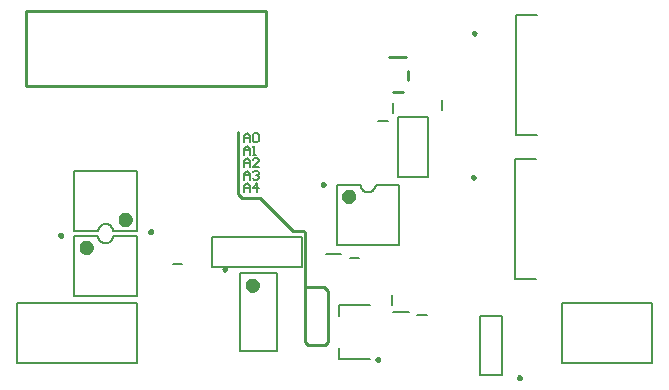
<source format=gto>
%FSDAX24Y24*%
%MOIN*%
%SFA1B1*%

%IPPOS*%
%ADD10C,0.009840*%
%ADD11C,0.007870*%
%ADD12C,0.023620*%
%ADD13C,0.010000*%
%ADD14C,0.005000*%
%LNde-180824-1*%
%LPD*%
G54D10*
X017039Y000215D02*
D01*
X017038Y000218*
X017038Y000222*
X017037Y000225*
X017037Y000228*
X017036Y000232*
X017034Y000235*
X017033Y000238*
X017031Y000241*
X017029Y000244*
X017027Y000246*
X017025Y000249*
X017022Y000251*
X017020Y000254*
X017017Y000256*
X017014Y000257*
X017011Y000259*
X017008Y000260*
X017005Y000262*
X017001Y000263*
X016998Y000263*
X016994Y000264*
X016991Y000264*
X016988*
X016984Y000264*
X016981Y000263*
X016977Y000263*
X016974Y000262*
X016971Y000260*
X016968Y000259*
X016965Y000257*
X016962Y000256*
X016959Y000254*
X016956Y000251*
X016954Y000249*
X016952Y000246*
X016949Y000244*
X016948Y000241*
X016946Y000238*
X016944Y000235*
X016943Y000232*
X016942Y000228*
X016941Y000225*
X016941Y000222*
X016940Y000218*
X016940Y000215*
X016940Y000211*
X016941Y000208*
X016941Y000205*
X016942Y000201*
X016943Y000198*
X016944Y000195*
X016946Y000192*
X016948Y000189*
X016949Y000186*
X016952Y000183*
X016954Y000181*
X016956Y000178*
X016959Y000176*
X016962Y000174*
X016965Y000172*
X016968Y000171*
X016971Y000169*
X016974Y000168*
X016977Y000167*
X016981Y000166*
X016984Y000166*
X016988Y000166*
X016991*
X016994Y000166*
X016998Y000166*
X017001Y000167*
X017005Y000168*
X017008Y000169*
X017011Y000171*
X017014Y000172*
X017017Y000174*
X017020Y000176*
X017022Y000178*
X017025Y000181*
X017027Y000183*
X017029Y000186*
X017031Y000189*
X017033Y000192*
X017034Y000195*
X017036Y000198*
X017037Y000201*
X017037Y000205*
X017038Y000208*
X017038Y000211*
X017039Y000215*
X010499Y006661D02*
D01*
X010499Y006665*
X010498Y006668*
X010498Y006672*
X010497Y006675*
X010496Y006678*
X010494Y006681*
X010493Y006684*
X010491Y006687*
X010489Y006690*
X010487Y006693*
X010485Y006695*
X010482Y006698*
X010480Y006700*
X010477Y006702*
X010474Y006704*
X010471Y006706*
X010468Y006707*
X010465Y006708*
X010461Y006709*
X010458Y006710*
X010455Y006710*
X010451Y006710*
X010448*
X010444Y006710*
X010441Y006710*
X010438Y006709*
X010434Y006708*
X010431Y006707*
X010428Y006706*
X010425Y006704*
X010422Y006702*
X010419Y006700*
X010417Y006698*
X010414Y006695*
X010412Y006693*
X010410Y006690*
X010408Y006687*
X010406Y006684*
X010405Y006681*
X010403Y006678*
X010402Y006675*
X010401Y006672*
X010401Y006668*
X010400Y006665*
X010400Y006661*
X010400Y006658*
X010401Y006654*
X010401Y006651*
X010402Y006648*
X010403Y006644*
X010405Y006641*
X010406Y006638*
X010408Y006635*
X010410Y006632*
X010412Y006630*
X010414Y006627*
X010417Y006625*
X010419Y006623*
X010422Y006621*
X010425Y006619*
X010428Y006617*
X010431Y006616*
X010434Y006615*
X010438Y006614*
X010441Y006613*
X010444Y006612*
X010448Y006612*
X010451*
X010455Y006612*
X010458Y006613*
X010461Y006614*
X010465Y006615*
X010468Y006616*
X010471Y006617*
X010474Y006619*
X010477Y006621*
X010480Y006623*
X010482Y006625*
X010485Y006627*
X010487Y006630*
X010489Y006632*
X010491Y006635*
X010493Y006638*
X010494Y006641*
X010496Y006644*
X010497Y006648*
X010498Y006651*
X010498Y006654*
X010499Y006658*
X010499Y006661*
X015499Y006903D02*
D01*
X015499Y006906*
X015498Y006910*
X015498Y006913*
X015497Y006917*
X015496Y006920*
X015494Y006923*
X015493Y006926*
X015491Y006929*
X015489Y006932*
X015487Y006935*
X015485Y006937*
X015482Y006940*
X015480Y006942*
X015477Y006944*
X015474Y006946*
X015471Y006947*
X015468Y006949*
X015465Y006950*
X015461Y006951*
X015458Y006951*
X015455Y006952*
X015451Y006952*
X015448*
X015444Y006952*
X015441Y006951*
X015438Y006951*
X015434Y006950*
X015431Y006949*
X015428Y006947*
X015425Y006946*
X015422Y006944*
X015419Y006942*
X015417Y006940*
X015414Y006937*
X015412Y006935*
X015410Y006932*
X015408Y006929*
X015406Y006926*
X015405Y006923*
X015403Y006920*
X015402Y006917*
X015401Y006913*
X015401Y006910*
X015400Y006906*
X015400Y006903*
X015400Y006900*
X015401Y006896*
X015401Y006893*
X015402Y006889*
X015403Y006886*
X015405Y006883*
X015406Y006880*
X015408Y006877*
X015410Y006874*
X015412Y006871*
X015414Y006869*
X015417Y006866*
X015419Y006864*
X015422Y006862*
X015425Y006860*
X015428Y006859*
X015431Y006857*
X015434Y006856*
X015438Y006855*
X015441Y006855*
X015444Y006854*
X015448Y006854*
X015451*
X015455Y006854*
X015458Y006855*
X015461Y006855*
X015465Y006856*
X015468Y006857*
X015471Y006859*
X015474Y006860*
X015477Y006862*
X015480Y006864*
X015482Y006866*
X015485Y006869*
X015487Y006871*
X015489Y006874*
X015491Y006877*
X015493Y006880*
X015494Y006883*
X015496Y006886*
X015497Y006889*
X015498Y006893*
X015498Y006896*
X015499Y006900*
X015499Y006903*
X012316Y000824D02*
D01*
X012316Y000828*
X012316Y000831*
X012315Y000835*
X012314Y000838*
X012313Y000841*
X012312Y000844*
X012311Y000847*
X012309Y000850*
X012307Y000853*
X012305Y000856*
X012303Y000858*
X012300Y000861*
X012297Y000863*
X012295Y000865*
X012292Y000867*
X012289Y000869*
X012286Y000870*
X012282Y000871*
X012279Y000872*
X012276Y000873*
X012272Y000873*
X012269Y000873*
X012265*
X012262Y000873*
X012259Y000873*
X012255Y000872*
X012252Y000871*
X012249Y000870*
X012246Y000869*
X012243Y000867*
X012240Y000865*
X012237Y000863*
X012234Y000861*
X012232Y000858*
X012230Y000856*
X012227Y000853*
X012225Y000850*
X012224Y000847*
X012222Y000844*
X012221Y000841*
X012220Y000838*
X012219Y000835*
X012218Y000831*
X012218Y000828*
X012218Y000824*
X012218Y000821*
X012218Y000817*
X012219Y000814*
X012220Y000811*
X012221Y000807*
X012222Y000804*
X012224Y000801*
X012225Y000798*
X012227Y000795*
X012230Y000793*
X012232Y000790*
X012234Y000788*
X012237Y000786*
X012240Y000784*
X012243Y000782*
X012246Y000780*
X012249Y000779*
X012252Y000778*
X012255Y000777*
X012259Y000776*
X012262Y000775*
X012265Y000775*
X012269*
X012272Y000775*
X012276Y000776*
X012279Y000777*
X012282Y000778*
X012286Y000779*
X012289Y000780*
X012292Y000782*
X012295Y000784*
X012297Y000786*
X012300Y000788*
X012303Y000790*
X012305Y000793*
X012307Y000795*
X012309Y000798*
X012311Y000801*
X012312Y000804*
X012313Y000807*
X012314Y000811*
X012315Y000814*
X012316Y000817*
X012316Y000821*
X012316Y000824*
X015531Y011703D02*
D01*
X015531Y011706*
X015531Y011710*
X015530Y011713*
X015529Y011717*
X015528Y011720*
X015527Y011723*
X015526Y011726*
X015524Y011729*
X015522Y011732*
X015520Y011735*
X015518Y011737*
X015515Y011740*
X015512Y011742*
X015510Y011744*
X015507Y011746*
X015504Y011747*
X015501Y011749*
X015497Y011750*
X015494Y011751*
X015491Y011751*
X015487Y011752*
X015484Y011752*
X015480*
X015477Y011752*
X015474Y011751*
X015470Y011751*
X015467Y011750*
X015464Y011749*
X015461Y011747*
X015458Y011746*
X015455Y011744*
X015452Y011742*
X015449Y011740*
X015447Y011737*
X015445Y011735*
X015442Y011732*
X015440Y011729*
X015439Y011726*
X015437Y011723*
X015436Y011720*
X015435Y011717*
X015434Y011713*
X015433Y011710*
X015433Y011706*
X015433Y011703*
X015433Y011700*
X015433Y011696*
X015434Y011693*
X015435Y011689*
X015436Y011686*
X015437Y011683*
X015439Y011680*
X015440Y011677*
X015442Y011674*
X015445Y011671*
X015447Y011669*
X015449Y011666*
X015452Y011664*
X015455Y011662*
X015458Y011660*
X015461Y011659*
X015464Y011657*
X015467Y011656*
X015470Y011655*
X015474Y011655*
X015477Y011654*
X015480Y011654*
X015484*
X015487Y011654*
X015491Y011655*
X015494Y011655*
X015497Y011656*
X015501Y011657*
X015504Y011659*
X015507Y011660*
X015510Y011662*
X015512Y011664*
X015515Y011666*
X015518Y011669*
X015520Y011671*
X015522Y011674*
X015524Y011677*
X015526Y011680*
X015527Y011683*
X015528Y011686*
X015529Y011689*
X015530Y011693*
X015531Y011696*
X015531Y011700*
X015531Y011703*
X004749Y005088D02*
D01*
X004749Y005091*
X004748Y005095*
X004748Y005098*
X004747Y005101*
X004746Y005105*
X004744Y005108*
X004743Y005111*
X004741Y005114*
X004739Y005117*
X004737Y005119*
X004735Y005122*
X004732Y005124*
X004730Y005126*
X004727Y005128*
X004724Y005130*
X004721Y005132*
X004718Y005133*
X004715Y005134*
X004711Y005135*
X004708Y005136*
X004705Y005137*
X004701Y005137*
X004698*
X004694Y005137*
X004691Y005136*
X004688Y005135*
X004684Y005134*
X004681Y005133*
X004678Y005132*
X004675Y005130*
X004672Y005128*
X004669Y005126*
X004667Y005124*
X004664Y005122*
X004662Y005119*
X004660Y005117*
X004658Y005114*
X004656Y005111*
X004655Y005108*
X004653Y005105*
X004652Y005101*
X004651Y005098*
X004651Y005095*
X004650Y005091*
X004650Y005088*
X004650Y005084*
X004651Y005081*
X004651Y005077*
X004652Y005074*
X004653Y005071*
X004655Y005068*
X004656Y005065*
X004658Y005062*
X004660Y005059*
X004662Y005056*
X004664Y005054*
X004667Y005051*
X004669Y005049*
X004672Y005047*
X004675Y005045*
X004678Y005043*
X004681Y005042*
X004684Y005041*
X004688Y005040*
X004691Y005039*
X004694Y005039*
X004698Y005039*
X004701*
X004705Y005039*
X004708Y005039*
X004711Y005040*
X004715Y005041*
X004718Y005042*
X004721Y005043*
X004724Y005045*
X004727Y005047*
X004730Y005049*
X004732Y005051*
X004735Y005054*
X004737Y005056*
X004739Y005059*
X004741Y005062*
X004743Y005065*
X004744Y005068*
X004746Y005071*
X004747Y005074*
X004748Y005077*
X004748Y005081*
X004749Y005084*
X004749Y005088*
X001749Y004961D02*
D01*
X001749Y004965*
X001748Y004968*
X001748Y004972*
X001747Y004975*
X001746Y004978*
X001744Y004981*
X001743Y004984*
X001741Y004987*
X001739Y004990*
X001737Y004993*
X001735Y004995*
X001732Y004998*
X001730Y005000*
X001727Y005002*
X001724Y005004*
X001721Y005006*
X001718Y005007*
X001715Y005008*
X001711Y005009*
X001708Y005010*
X001705Y005010*
X001701Y005010*
X001698*
X001694Y005010*
X001691Y005010*
X001688Y005009*
X001684Y005008*
X001681Y005007*
X001678Y005006*
X001675Y005004*
X001672Y005002*
X001669Y005000*
X001667Y004998*
X001664Y004995*
X001662Y004993*
X001660Y004990*
X001658Y004987*
X001656Y004984*
X001655Y004981*
X001653Y004978*
X001652Y004975*
X001651Y004972*
X001651Y004968*
X001650Y004965*
X001650Y004961*
X001650Y004958*
X001651Y004954*
X001651Y004951*
X001652Y004948*
X001653Y004944*
X001655Y004941*
X001656Y004938*
X001658Y004935*
X001660Y004932*
X001662Y004930*
X001664Y004927*
X001667Y004925*
X001669Y004923*
X001672Y004921*
X001675Y004919*
X001678Y004917*
X001681Y004916*
X001684Y004915*
X001688Y004914*
X001691Y004913*
X001694Y004912*
X001698Y004912*
X001701*
X001705Y004912*
X001708Y004913*
X001711Y004914*
X001715Y004915*
X001718Y004916*
X001721Y004917*
X001724Y004919*
X001727Y004921*
X001730Y004923*
X001732Y004925*
X001735Y004927*
X001737Y004930*
X001739Y004932*
X001741Y004935*
X001743Y004938*
X001744Y004941*
X001746Y004944*
X001747Y004948*
X001748Y004951*
X001748Y004954*
X001749Y004958*
X001749Y004961*
X007227Y003837D02*
D01*
X007227Y003840*
X007226Y003843*
X007226Y003847*
X007225Y003850*
X007224Y003853*
X007222Y003857*
X007221Y003860*
X007219Y003863*
X007217Y003865*
X007215Y003868*
X007213Y003871*
X007210Y003873*
X007208Y003875*
X007205Y003877*
X007202Y003879*
X007199Y003881*
X007196Y003882*
X007193Y003883*
X007189Y003884*
X007186Y003885*
X007183Y003885*
X007179Y003886*
X007176*
X007172Y003885*
X007169Y003885*
X007166Y003884*
X007162Y003883*
X007159Y003882*
X007156Y003881*
X007153Y003879*
X007150Y003877*
X007147Y003875*
X007145Y003873*
X007142Y003871*
X007140Y003868*
X007138Y003865*
X007136Y003863*
X007134Y003860*
X007133Y003857*
X007131Y003853*
X007130Y003850*
X007129Y003847*
X007129Y003843*
X007128Y003840*
X007128Y003837*
X007128Y003833*
X007129Y003830*
X007129Y003826*
X007130Y003823*
X007131Y003820*
X007133Y003816*
X007134Y003813*
X007136Y003810*
X007138Y003808*
X007140Y003805*
X007142Y003802*
X007145Y003800*
X007147Y003798*
X007150Y003796*
X007153Y003794*
X007156Y003792*
X007159Y003791*
X007162Y003790*
X007166Y003789*
X007169Y003788*
X007172Y003788*
X007176Y003787*
X007179*
X007183Y003788*
X007186Y003788*
X007189Y003789*
X007193Y003790*
X007196Y003791*
X007199Y003792*
X007202Y003794*
X007205Y003796*
X007208Y003798*
X007210Y003800*
X007213Y003802*
X007215Y003805*
X007217Y003808*
X007219Y003810*
X007221Y003813*
X007222Y003816*
X007224Y003820*
X007225Y003823*
X007226Y003826*
X007226Y003830*
X007227Y003833*
X007227Y003837*
G54D11*
X011700Y006653D02*
D01*
X011700Y006636*
X011702Y006619*
X011705Y006601*
X011709Y006584*
X011715Y006568*
X011721Y006552*
X011729Y006536*
X011737Y006521*
X011747Y006506*
X011758Y006493*
X011770Y006480*
X011782Y006468*
X011796Y006456*
X011810Y006446*
X011825Y006437*
X011840Y006429*
X011856Y006422*
X011872Y006416*
X011889Y006411*
X011906Y006407*
X011923Y006405*
X011941Y006404*
X011958*
X011976Y006405*
X011993Y006407*
X012010Y006411*
X012027Y006416*
X012043Y006422*
X012059Y006429*
X012075Y006437*
X012089Y006446*
X012103Y006456*
X012117Y006468*
X012129Y006480*
X012141Y006493*
X012152Y006506*
X012162Y006521*
X012170Y006536*
X012178Y006552*
X012184Y006568*
X012190Y006584*
X012194Y006601*
X012197Y006619*
X012199Y006636*
X012200Y006653*
X003450Y005096D02*
D01*
X003449Y005113*
X003447Y005130*
X003444Y005148*
X003440Y005165*
X003434Y005181*
X003428Y005197*
X003420Y005213*
X003412Y005228*
X003402Y005243*
X003391Y005256*
X003379Y005269*
X003367Y005281*
X003353Y005293*
X003339Y005303*
X003325Y005312*
X003309Y005320*
X003293Y005327*
X003277Y005333*
X003260Y005338*
X003243Y005342*
X003226Y005344*
X003208Y005345*
X003191*
X003173Y005344*
X003156Y005342*
X003139Y005338*
X003122Y005333*
X003106Y005327*
X003090Y005320*
X003074Y005312*
X003060Y005303*
X003046Y005293*
X003032Y005281*
X003020Y005269*
X003008Y005256*
X002997Y005243*
X002987Y005228*
X002979Y005213*
X002971Y005197*
X002965Y005181*
X002959Y005165*
X002955Y005148*
X002952Y005130*
X002950Y005113*
X002950Y005096*
Y004953D02*
D01*
X002950Y004936*
X002952Y004919*
X002955Y004901*
X002959Y004884*
X002965Y004868*
X002971Y004852*
X002979Y004836*
X002987Y004821*
X002997Y004806*
X003008Y004793*
X003020Y004780*
X003032Y004768*
X003046Y004756*
X003060Y004746*
X003075Y004737*
X003090Y004729*
X003106Y004722*
X003122Y004716*
X003139Y004711*
X003156Y004707*
X003173Y004705*
X003191Y004704*
X003208*
X003226Y004705*
X003243Y004707*
X003260Y004711*
X003277Y004716*
X003293Y004722*
X003309Y004729*
X003325Y004737*
X003339Y004746*
X003353Y004756*
X003367Y004768*
X003379Y004780*
X003391Y004793*
X003402Y004806*
X003412Y004821*
X003420Y004836*
X003428Y004852*
X003434Y004868*
X003440Y004884*
X003444Y004901*
X003447Y004919*
X003449Y004936*
X003450Y004953*
X015690Y002284D02*
X016399D01*
X015690Y000315D02*
X016399D01*
X015690D02*
Y002284D01*
X016399Y000315D02*
Y002284D01*
X012730Y002642D02*
Y002957D01*
X010906Y004646D02*
Y006653D01*
X012993Y004646D02*
Y006653D01*
X010906D02*
X011700D01*
X012200D02*
X012993D01*
X010906Y004646D02*
X012993D01*
X004250Y000700D02*
Y002700D01*
X000250Y000700D02*
Y002700D01*
X004250*
X000250Y000700D02*
X004250D01*
X005442Y004019D02*
X005757D01*
X016847Y007507D02*
X017556D01*
X016847Y003492D02*
Y007507D01*
Y003492D02*
X017556D01*
X010988Y000844D02*
X012011D01*
X010988D02*
Y001218D01*
Y002655D02*
X012011D01*
X010988Y002281D02*
Y002655D01*
X016880Y012307D02*
X017589D01*
X016880Y008292D02*
Y012307D01*
Y008292D02*
X017589D01*
X021400Y000700D02*
Y002700D01*
X018400Y000700D02*
Y002700D01*
X021400*
X018400Y000700D02*
X021400D01*
X019483D02*
X021400D01*
X002156Y007103D02*
X004243D01*
X002156Y005096D02*
X002950D01*
X003450D02*
X004243D01*
X002156D02*
Y007103D01*
X004243Y005096D02*
Y007103D01*
X002156Y002946D02*
X004243D01*
X003450Y004953D02*
X004243D01*
X002156D02*
X002950D01*
X004243Y002946D02*
Y004953D01*
X002156Y002946D02*
Y004953D01*
X007689Y001100D02*
X008910D01*
X007689Y003699D02*
X008910D01*
Y001100D02*
Y003699D01*
X007689Y001100D02*
Y003699D01*
X014419Y009142D02*
Y009457D01*
X006750Y004900D02*
X009750D01*
X006750Y003900D02*
Y004900D01*
Y003900D02*
X009750D01*
Y004900*
X013592Y002319D02*
X013907D01*
X012794Y002398D02*
X013305D01*
X012950Y006900D02*
X013950D01*
X012950D02*
Y008900D01*
X013950*
Y006900D02*
Y008900D01*
X012769Y009042D02*
Y009357D01*
X012292Y008784D02*
X012607D01*
X011342Y004219D02*
X011657D01*
X010544Y004348D02*
X011055D01*
G54D12*
X011418Y006260D02*
D01*
X011418Y006268*
X011417Y006276*
X011415Y006284*
X011413Y006292*
X011411Y006300*
X011408Y006308*
X011404Y006315*
X011400Y006322*
X011395Y006329*
X011390Y006336*
X011385Y006342*
X011379Y006347*
X011373Y006353*
X011366Y006358*
X011359Y006362*
X011352Y006366*
X011344Y006369*
X011336Y006372*
X011328Y006374*
X011320Y006376*
X011312Y006377*
X011304Y006378*
X011296*
X011288Y006377*
X011279Y006376*
X011271Y006374*
X011263Y006372*
X011256Y006369*
X011248Y006366*
X011241Y006362*
X011234Y006358*
X011227Y006353*
X011221Y006347*
X011215Y006342*
X011209Y006336*
X011204Y006329*
X011200Y006322*
X011196Y006315*
X011192Y006308*
X011189Y006300*
X011186Y006292*
X011184Y006284*
X011183Y006276*
X011182Y006268*
X011182Y006260*
X011182Y006251*
X011183Y006243*
X011184Y006235*
X011186Y006227*
X011189Y006219*
X011192Y006212*
X011196Y006204*
X011200Y006197*
X011204Y006190*
X011209Y006184*
X011215Y006178*
X011221Y006172*
X011227Y006167*
X011234Y006162*
X011241Y006157*
X011248Y006154*
X011256Y006150*
X011263Y006147*
X011271Y006145*
X011279Y006143*
X011288Y006142*
X011296Y006142*
X011304*
X011312Y006142*
X011320Y006143*
X011328Y006145*
X011336Y006147*
X011344Y006150*
X011352Y006154*
X011359Y006157*
X011366Y006162*
X011373Y006167*
X011379Y006172*
X011385Y006178*
X011390Y006184*
X011395Y006190*
X011400Y006197*
X011404Y006204*
X011408Y006212*
X011411Y006219*
X011413Y006227*
X011415Y006235*
X011417Y006243*
X011418Y006251*
X011418Y006260*
X003967Y005489D02*
D01*
X003967Y005498*
X003966Y005506*
X003965Y005514*
X003963Y005522*
X003960Y005530*
X003957Y005537*
X003953Y005545*
X003949Y005552*
X003945Y005559*
X003940Y005565*
X003934Y005571*
X003928Y005577*
X003922Y005582*
X003915Y005587*
X003908Y005592*
X003901Y005595*
X003893Y005599*
X003886Y005602*
X003878Y005604*
X003870Y005606*
X003861Y005607*
X003853Y005607*
X003845*
X003837Y005607*
X003829Y005606*
X003821Y005604*
X003813Y005602*
X003805Y005599*
X003797Y005595*
X003790Y005592*
X003783Y005587*
X003776Y005582*
X003770Y005577*
X003764Y005571*
X003759Y005565*
X003754Y005559*
X003749Y005552*
X003745Y005545*
X003741Y005537*
X003738Y005530*
X003736Y005522*
X003734Y005514*
X003732Y005506*
X003731Y005498*
X003731Y005489*
X003731Y005481*
X003732Y005473*
X003734Y005465*
X003736Y005457*
X003738Y005449*
X003741Y005441*
X003745Y005434*
X003749Y005427*
X003754Y005420*
X003759Y005413*
X003764Y005407*
X003770Y005402*
X003776Y005396*
X003783Y005391*
X003790Y005387*
X003797Y005383*
X003805Y005380*
X003813Y005377*
X003821Y005375*
X003829Y005373*
X003837Y005372*
X003845Y005371*
X003853*
X003861Y005372*
X003870Y005373*
X003878Y005375*
X003886Y005377*
X003893Y005380*
X003901Y005383*
X003908Y005387*
X003915Y005391*
X003922Y005396*
X003928Y005402*
X003934Y005407*
X003940Y005413*
X003945Y005420*
X003949Y005427*
X003953Y005434*
X003957Y005441*
X003960Y005449*
X003963Y005457*
X003965Y005465*
X003966Y005473*
X003967Y005481*
X003967Y005489*
X002668Y004560D02*
D01*
X002668Y004568*
X002667Y004576*
X002665Y004584*
X002663Y004592*
X002661Y004600*
X002658Y004608*
X002654Y004615*
X002650Y004622*
X002645Y004629*
X002640Y004636*
X002635Y004642*
X002629Y004647*
X002623Y004653*
X002616Y004658*
X002609Y004662*
X002602Y004666*
X002594Y004669*
X002586Y004672*
X002578Y004674*
X002570Y004676*
X002562Y004677*
X002554Y004678*
X002546*
X002538Y004677*
X002529Y004676*
X002521Y004674*
X002513Y004672*
X002506Y004669*
X002498Y004666*
X002491Y004662*
X002484Y004658*
X002477Y004653*
X002471Y004647*
X002465Y004642*
X002459Y004636*
X002454Y004629*
X002450Y004622*
X002446Y004615*
X002442Y004608*
X002439Y004600*
X002436Y004592*
X002434Y004584*
X002433Y004576*
X002432Y004568*
X002432Y004560*
X002432Y004551*
X002433Y004543*
X002434Y004535*
X002436Y004527*
X002439Y004519*
X002442Y004512*
X002446Y004504*
X002450Y004497*
X002454Y004490*
X002459Y004484*
X002465Y004478*
X002471Y004472*
X002477Y004467*
X002484Y004462*
X002491Y004457*
X002498Y004454*
X002506Y004450*
X002513Y004447*
X002521Y004445*
X002529Y004443*
X002538Y004442*
X002546Y004442*
X002554*
X002562Y004442*
X002570Y004443*
X002578Y004445*
X002586Y004447*
X002594Y004450*
X002602Y004454*
X002609Y004457*
X002616Y004462*
X002623Y004467*
X002629Y004472*
X002635Y004478*
X002640Y004484*
X002645Y004490*
X002650Y004497*
X002654Y004504*
X002658Y004512*
X002661Y004519*
X002663Y004527*
X002665Y004535*
X002667Y004543*
X002668Y004551*
X002668Y004560*
X008201Y003305D02*
D01*
X008201Y003313*
X008200Y003321*
X008199Y003330*
X008197Y003338*
X008194Y003345*
X008191Y003353*
X008187Y003360*
X008183Y003368*
X008179Y003374*
X008173Y003381*
X008168Y003387*
X008162Y003393*
X008156Y003398*
X008149Y003403*
X008142Y003407*
X008135Y003411*
X008127Y003415*
X008119Y003417*
X008112Y003420*
X008104Y003421*
X008095Y003422*
X008087Y003423*
X008079*
X008071Y003422*
X008062Y003421*
X008054Y003420*
X008047Y003417*
X008039Y003415*
X008031Y003411*
X008024Y003407*
X008017Y003403*
X008010Y003398*
X008004Y003393*
X007998Y003387*
X007993Y003381*
X007987Y003374*
X007983Y003368*
X007979Y003360*
X007975Y003353*
X007972Y003345*
X007969Y003338*
X007967Y003330*
X007966Y003321*
X007965Y003313*
X007965Y003305*
X007965Y003297*
X007966Y003289*
X007967Y003280*
X007969Y003272*
X007972Y003265*
X007975Y003257*
X007979Y003250*
X007983Y003242*
X007987Y003236*
X007993Y003229*
X007998Y003223*
X008004Y003217*
X008010Y003212*
X008017Y003207*
X008024Y003203*
X008031Y003199*
X008039Y003195*
X008047Y003193*
X008054Y003190*
X008062Y003189*
X008071Y003188*
X008079Y003187*
X008087*
X008095Y003188*
X008104Y003189*
X008112Y003190*
X008119Y003193*
X008127Y003195*
X008135Y003199*
X008142Y003203*
X008149Y003207*
X008156Y003212*
X008162Y003217*
X008168Y003223*
X008173Y003229*
X008179Y003236*
X008183Y003242*
X008187Y003250*
X008191Y003257*
X008194Y003265*
X008197Y003272*
X008199Y003280*
X008200Y003289*
X008201Y003297*
X008201Y003305*
G54D13*
X007600Y006350D02*
Y008400D01*
X009850Y003225D02*
X010475D01*
X010600Y003100*
Y001400D02*
Y003100D01*
X010500Y001300D02*
X010600Y001400D01*
X009950Y001300D02*
X010500D01*
X009850Y001400D02*
X009950Y001300D01*
X009850Y001400D02*
Y005050D01*
X009800Y005100D02*
X009850Y005050D01*
X009450Y005100D02*
X009800D01*
X008350Y006200D02*
X009450Y005100D01*
X007750Y006200D02*
X008350D01*
X007600Y006350D02*
X007750Y006200D01*
X000550Y012450D02*
X008550D01*
Y009950D02*
Y012450D01*
X000550Y009950D02*
X008550D01*
X000550D02*
Y012450D01*
X013283Y010150D02*
Y010449D01*
X012766Y009750D02*
X013099D01*
X012658Y010900D02*
X013208Y010899D01*
G54D14*
X007800Y008071D02*
Y008271D01*
X007900Y008371*
X007999Y008271*
Y008071*
Y008221*
X007800*
X008099Y008321D02*
X008149Y008371D01*
X008249*
X008299Y008321*
Y008121*
X008249Y008071*
X008149*
X008099Y008121*
Y008321*
X007800Y007653D02*
Y007853D01*
X007900Y007953*
X007999Y007853*
Y007653*
Y007803*
X007800*
X008099Y007653D02*
X008199D01*
X008149*
Y007953*
X008099Y007903*
X007800Y007235D02*
Y007435D01*
X007900Y007535*
X007999Y007435*
Y007235*
Y007385*
X007800*
X008299Y007235D02*
X008099D01*
X008299Y007435*
Y007485*
X008249Y007535*
X008149*
X008099Y007485*
X007800Y006817D02*
Y007017D01*
X007900Y007117*
X007999Y007017*
Y006817*
Y006967*
X007800*
X008099Y007067D02*
X008149Y007117D01*
X008249*
X008299Y007067*
Y007017*
X008249Y006967*
X008199*
X008249*
X008299Y006917*
Y006867*
X008249Y006817*
X008149*
X008099Y006867*
X007800Y006400D02*
Y006599D01*
X007900Y006699*
X007999Y006599*
Y006400*
Y006550*
X007800*
X008249Y006400D02*
Y006699D01*
X008099Y006550*
X008299*
M02*
</source>
